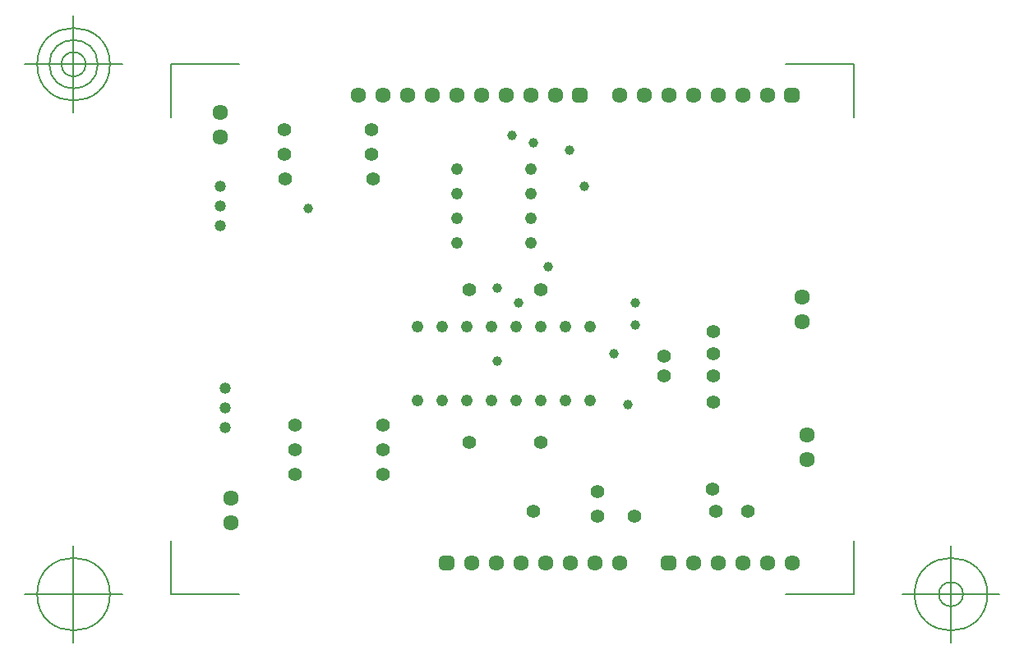
<source format=gbr>
G04 Generated by Ultiboard 13.0 *
%FSLAX34Y34*%
%MOMM*%

%ADD10C,0.0001*%
%ADD11C,0.1270*%
%ADD12C,1.1852*%
%ADD13C,1.6088*%
%ADD14R,0.5291X0.5291*%
%ADD15C,0.9949*%
%ADD16C,1.4224*%
%ADD17C,1.4000*%
%ADD18C,1.2446*%
%ADD19C,1.0000*%


G04 ColorRGB 9900CC for the following layer *
%LNSolder Mask Bottom*%
%LPD*%
G54D10*
G54D11*
X391160Y217001D02*
X391160Y271674D01*
X391160Y217001D02*
X461556Y217001D01*
X1095121Y217001D02*
X1024725Y217001D01*
X1095121Y217001D02*
X1095121Y271674D01*
X1095121Y763735D02*
X1095121Y709062D01*
X1095121Y763735D02*
X1024725Y763735D01*
X391160Y763735D02*
X461556Y763735D01*
X391160Y763735D02*
X391160Y709062D01*
X341160Y217001D02*
X241160Y217001D01*
X291160Y167001D02*
X291160Y267001D01*
X253660Y217001D02*
G75*
D01*
G02X253660Y217001I37500J0*
G01*
X1145121Y217001D02*
X1245121Y217001D01*
X1195121Y167001D02*
X1195121Y267001D01*
X1157621Y217001D02*
G75*
D01*
G02X1157621Y217001I37500J0*
G01*
X1182621Y217001D02*
G75*
D01*
G02X1182621Y217001I12500J0*
G01*
X341160Y763735D02*
X241160Y763735D01*
X291160Y713735D02*
X291160Y813735D01*
X253660Y763735D02*
G75*
D01*
G02X253660Y763735I37500J0*
G01*
X266160Y763735D02*
G75*
D01*
G02X266160Y763735I25000J0*
G01*
X278660Y763735D02*
G75*
D01*
G02X278660Y763735I12500J0*
G01*
G54D12*
X441960Y637540D03*
X441960Y596900D03*
X441960Y617220D03*
X447040Y388620D03*
X447040Y429260D03*
X447040Y408940D03*
G54D13*
X453242Y290682D03*
X453242Y316082D03*
X853440Y731520D03*
X980440Y731520D03*
X1005840Y731520D03*
X955040Y731520D03*
X904240Y731520D03*
X929640Y731520D03*
X878840Y731520D03*
X736600Y731520D03*
X762000Y731520D03*
X787400Y731520D03*
X685800Y731520D03*
X711200Y731520D03*
X660400Y731520D03*
X609600Y731520D03*
X635000Y731520D03*
X584200Y731520D03*
X853440Y248920D03*
X726440Y248920D03*
X701040Y248920D03*
X751840Y248920D03*
X802640Y248920D03*
X777240Y248920D03*
X828040Y248920D03*
X929640Y248920D03*
X955040Y248920D03*
X1005840Y248920D03*
X980440Y248920D03*
X1031240Y248920D03*
X1041400Y523240D03*
X1041400Y497840D03*
X1046480Y355600D03*
X1046480Y381000D03*
X441960Y714036D03*
X441960Y688636D03*
G54D14*
X1031240Y731520D03*
X812800Y731520D03*
X675640Y248920D03*
X904240Y248920D03*
G54D15*
X1028595Y728875D02*
X1033885Y728875D01*
X1033885Y734165D01*
X1028595Y734165D01*
X1028595Y728875D01*D02*
X810155Y728875D02*
X815445Y728875D01*
X815445Y734165D01*
X810155Y734165D01*
X810155Y728875D01*D02*
X672995Y246275D02*
X678285Y246275D01*
X678285Y251565D01*
X672995Y251565D01*
X672995Y246275D01*D02*
X901595Y246275D02*
X906885Y246275D01*
X906885Y251565D01*
X901595Y251565D01*
X901595Y246275D01*D02*
G54D16*
X949960Y487680D03*
X949960Y464780D03*
X949960Y441880D03*
G54D17*
X519600Y365760D03*
X609600Y365660D03*
X519600Y340360D03*
X609600Y340260D03*
X598000Y670560D03*
X508000Y670660D03*
X509440Y645160D03*
X599440Y645060D03*
X598000Y695960D03*
X508000Y696060D03*
X772160Y530860D03*
X698500Y530860D03*
X772160Y373380D03*
X698500Y373380D03*
X949960Y415120D03*
X949860Y325120D03*
X830580Y297180D03*
X868680Y297180D03*
X830580Y322580D03*
X899880Y462900D03*
X985520Y302260D03*
X952500Y302260D03*
X519600Y391160D03*
X609600Y391060D03*
X764540Y302260D03*
X899160Y441960D03*
G54D18*
X685800Y579120D03*
X762000Y604520D03*
X762000Y655320D03*
X762000Y629920D03*
X685800Y655320D03*
X685800Y604520D03*
X685800Y629920D03*
X762000Y579120D03*
X645160Y492760D03*
X695960Y416560D03*
X670560Y416560D03*
X721360Y416560D03*
X772160Y416560D03*
X746760Y416560D03*
X797560Y416560D03*
X822960Y416560D03*
X797560Y492760D03*
X721360Y492760D03*
X695960Y492760D03*
X670560Y492760D03*
X772160Y492760D03*
X746760Y492760D03*
X822960Y492760D03*
X645160Y416560D03*
G54D19*
X870000Y517500D03*
X750000Y517500D03*
X532500Y615000D03*
X780000Y555000D03*
X870000Y495000D03*
X765000Y682500D03*
X802500Y675000D03*
X847500Y465000D03*
X727500Y457500D03*
X727500Y532500D03*
X817500Y637500D03*
X742500Y690000D03*
X862500Y412500D03*

M02*

</source>
